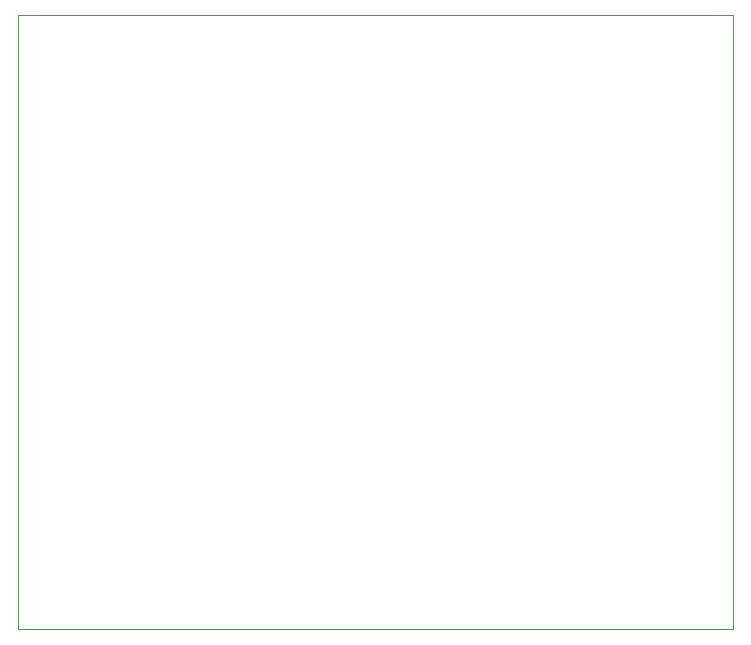
<source format=gbr>
%TF.GenerationSoftware,KiCad,Pcbnew,8.0.8*%
%TF.CreationDate,2025-02-16T12:10:03-08:00*%
%TF.ProjectId,514_pcb,3531345f-7063-4622-9e6b-696361645f70,rev?*%
%TF.SameCoordinates,Original*%
%TF.FileFunction,Profile,NP*%
%FSLAX46Y46*%
G04 Gerber Fmt 4.6, Leading zero omitted, Abs format (unit mm)*
G04 Created by KiCad (PCBNEW 8.0.8) date 2025-02-16 12:10:03*
%MOMM*%
%LPD*%
G01*
G04 APERTURE LIST*
%TA.AperFunction,Profile*%
%ADD10C,0.050000*%
%TD*%
G04 APERTURE END LIST*
D10*
X81000000Y-63000000D02*
X141500000Y-63000000D01*
X141500000Y-115000000D01*
X81000000Y-115000000D01*
X81000000Y-63000000D01*
M02*

</source>
